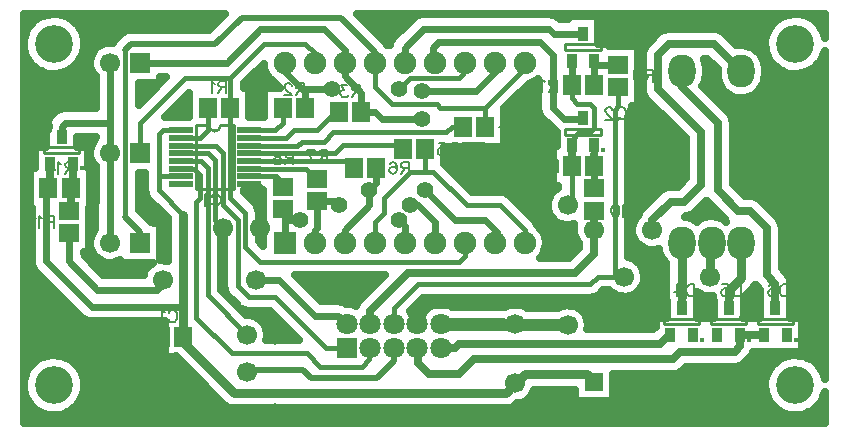
<source format=gbr>
From e75f60093b1709f0fa4dd69b582c63269448657a Mon Sep 17 00:00:00 2001
From: jaseg <git@jaseg.de>
Date: Sat, 15 Jan 2022 21:36:59 +0100
Subject: Add a whole zoo of gerber files from different EDA packages

---
 .../tests/resources/diptrace/panel_Bottom.gbr      | 2814 ++++++++++++++++++++
 1 file changed, 2814 insertions(+)
 create mode 100644 gerbonara/gerber/tests/resources/diptrace/panel_Bottom.gbr

(limited to 'gerbonara/gerber/tests/resources/diptrace/panel_Bottom.gbr')

diff --git a/gerbonara/gerber/tests/resources/diptrace/panel_Bottom.gbr b/gerbonara/gerber/tests/resources/diptrace/panel_Bottom.gbr
new file mode 100644
index 0000000..c9b2c37
--- /dev/null
+++ b/gerbonara/gerber/tests/resources/diptrace/panel_Bottom.gbr
@@ -0,0 +1,2814 @@
+G04 DipTrace 2.4.0.2*
+%INpanel_Bottom.gbr*%
+%MOMM*%
+%ADD10C,0.25*%
+%ADD13C,0.4*%
+%ADD14C,0.406*%
+%ADD15C,1.016*%
+%ADD16C,0.762*%
+%ADD17C,0.61*%
+%ADD18C,0.559*%
+%ADD19C,0.66*%
+%ADD20C,0.65*%
+%ADD21C,0.508*%
+%ADD22C,0.635*%
+%ADD23R,1.3X1.5*%
+%ADD24R,1.35X1.35*%
+%ADD25C,1.35*%
+%ADD26C,1.5*%
+%ADD27R,1.5X1.5*%
+%ADD28O,0.391X0.392*%
+%ADD29R,0.65X1.05*%
+%ADD30C,1.7*%
+%ADD31R,1.7X1.7*%
+%ADD32R,1.8X0.4*%
+%ADD33C,1.6*%
+%ADD34R,1.5X1.3*%
+%ADD35O,2.1X2.6*%
+%ADD36R,3.6X3.6*%
+%ADD38C,1.2*%
+%ADD40C,3.2*%
+%ADD45C,1.4*%
+%ADD47C,1.7*%
+%ADD49R,3.8X3.8*%
+%ADD51O,2.3X2.8*%
+%ADD53R,1.7X1.5*%
+%ADD55C,1.8*%
+%ADD56R,2.0X0.6*%
+%ADD58R,1.9X1.9*%
+%ADD59C,1.9*%
+%ADD61R,0.85X1.25*%
+%ADD64C,1.55*%
+%ADD66R,1.55X1.55*%
+%ADD68R,1.5X1.7*%
+%ADD70C,0.157*%
+%FSLAX53Y53*%
+G04*
+G71*
+G90*
+G75*
+G01*
+%LNBottom*%
+%LPD*%
+X23573Y33140D2*
+D13*
+X24677D1*
+D14*
+X25926D1*
+X26516Y32550D1*
+Y27460D1*
+X27147Y26829D1*
+X30322D2*
+Y30331D1*
+X30113Y30540D1*
+D13*
+X29373D1*
+X43628Y18675D2*
+D15*
+Y19976D1*
+X44137Y20485D1*
+X54138D1*
+D16*
+X62558D1*
+X63822Y21749D1*
+Y23336D1*
+X61599Y25559D1*
+Y29211D1*
+X64045Y31656D1*
+Y33065D1*
+X31275Y11111D2*
+D14*
+X31592D1*
+Y17780D2*
+X31275D1*
+X58583Y33820D2*
+D17*
+Y30163D1*
+Y33820D2*
+D18*
+Y32965D1*
+D19*
+Y32069D1*
+X14282Y30163D2*
+Y28412D1*
+X14128Y28258D1*
+X14451Y32232D2*
+D20*
+Y31377D1*
+D19*
+Y30333D1*
+X14282Y30163D1*
+X25881Y36995D2*
+D14*
+Y35090D1*
+X25231Y34440D1*
+X22772D1*
+D13*
+X23573D1*
+X32231Y36995D2*
+D14*
+Y35725D1*
+X31596Y35090D1*
+X29207D1*
+D13*
+X29373D1*
+X36993Y36677D2*
+D14*
+Y36995D1*
+X35088Y35090D1*
+X33183D1*
+X32533Y34440D1*
+X29207D1*
+D13*
+X29373D1*
+X47471Y35407D2*
+D14*
+X46518D1*
+X46042Y34931D1*
+X36517D1*
+X35723Y34137D1*
+X33818D1*
+X33471Y33790D1*
+X29373D1*
+X42391Y33502D2*
+Y33820D1*
+X37311D1*
+X36631Y33140D1*
+X29207D1*
+D13*
+X29373D1*
+Y32490D2*
+X29207D1*
+D14*
+X37688D1*
+X38263Y31915D1*
+X29373Y31840D2*
+D13*
+X29207D1*
+D14*
+X34211D1*
+X35088Y30962D1*
+X29373Y31190D2*
+D13*
+X29207D1*
+D14*
+X31686D1*
+X32231Y30645D1*
+X31913D1*
+X32231Y30327D1*
+X57633Y43264D2*
+D17*
+X55172D1*
+X54777Y43659D1*
+X44135D1*
+X42546Y42070D1*
+Y40801D1*
+X45086D2*
+X44931Y40956D1*
+Y42073D1*
+X45405Y42547D1*
+X53984D1*
+X55091Y41440D1*
+Y36989D1*
+X56042Y36038D1*
+X57633D1*
+Y36120D1*
+X60647Y40646D2*
+X58583D1*
+Y40964D1*
+Y38896D2*
+D18*
+Y40964D1*
+X17626Y40805D2*
+D17*
+Y35725D1*
+Y33185D1*
+Y25565D1*
+X13501Y34532D2*
+X13498Y34535D1*
+Y35407D1*
+X13816Y35725D1*
+X17626D1*
+X66045Y25565D2*
+D16*
+X66006Y25526D1*
+Y20950D1*
+D20*
+Y20044D1*
+X73944D2*
+D19*
+Y22105D1*
+X73189Y22860D1*
+Y26829D1*
+X71760Y28258D1*
+X70808D1*
+X69061Y30005D1*
+Y35720D1*
+X66045Y38737D1*
+Y40065D1*
+X71045Y25565D2*
+D16*
+Y22621D1*
+X69975Y21551D1*
+Y20950D1*
+D20*
+Y20044D1*
+X45628Y16675D2*
+D19*
+X45635Y16668D1*
+X46834D1*
+X47151Y16986D1*
+X64139D1*
+X64897Y17744D1*
+X65056D1*
+X70925D2*
+X72994D1*
+X70925D2*
+Y16786D1*
+X70490Y16351D1*
+X65886D1*
+X65251Y15716D1*
+X48422D1*
+X47151Y14445D1*
+X44611D1*
+X43659Y15398D1*
+Y16645D1*
+X43628Y16675D1*
+X23573Y31840D2*
+D13*
+X24686D1*
+X24928Y31597D1*
+D14*
+X25242Y31284D1*
+Y29370D1*
+X24924Y29052D1*
+Y19208D1*
+X27941Y16192D1*
+X34291D1*
+X35396Y15087D1*
+X38902D1*
+X39533Y15718D1*
+Y16580D1*
+X39628Y16675D1*
+X37628D2*
+X35872D1*
+X31592Y20955D1*
+X29370D1*
+X28417Y21908D1*
+Y27464D1*
+X27151Y28730D1*
+Y33185D1*
+X26546Y33790D1*
+X24677D1*
+D13*
+X23573D1*
+X41628Y18675D2*
+D14*
+Y20040D1*
+X43655Y22066D1*
+X58260D1*
+X58895Y22701D1*
+X60329D1*
+X61123D1*
+X68426D2*
+D16*
+Y25565D1*
+X68545D1*
+X60170Y38746D2*
+D14*
+X60647D1*
+X60329Y22701D2*
+Y36832D1*
+X60647Y37149D1*
+Y38745D1*
+Y38746D1*
+X39628Y18675D2*
+D19*
+Y19786D1*
+X42867Y23025D1*
+X56996D1*
+X58583Y24611D1*
+Y26671D1*
+Y28263D1*
+X71045Y40065D2*
+X68721Y42388D1*
+X64930D1*
+X63981Y41440D1*
+Y38578D1*
+X67632Y34926D1*
+Y30486D1*
+X66198Y29052D1*
+X65092D1*
+X63504Y27464D1*
+Y26671D1*
+X37628Y18675D2*
+D17*
+X36936Y19367D1*
+X34926D1*
+X31910Y22384D1*
+X30005D1*
+X22066D2*
+Y22066D1*
+X21590Y21590D1*
+X16521D1*
+X14128Y23983D1*
+Y26358D1*
+X23573Y32490D2*
+D14*
+X25306D1*
+X25881Y31915D1*
+Y21109D1*
+X29211Y17780D1*
+Y14604D2*
+X29370Y14763D1*
+D21*
+X33974D1*
+X34602Y14135D1*
+X40168D1*
+X41628Y15595D1*
+Y16675D1*
+X38893Y36677D2*
+D17*
+Y37952D1*
+Y36677D2*
+Y38270D1*
+X37466Y39697D1*
+Y40801D1*
+X50166D2*
+Y40007D1*
+X48582Y38423D1*
+X43978D1*
+Y36042D2*
+X40645D1*
+X40010Y36677D1*
+X38893D1*
+X20166Y40805D2*
+X27468D1*
+X30326Y43662D1*
+X35723D1*
+X37466Y41920D1*
+Y40801D1*
+X49371Y35407D2*
+D14*
+Y36990D1*
+X52551Y40170D1*
+Y40801D1*
+X52706D1*
+X49371Y36990D2*
+X45571D1*
+X45248Y37312D1*
+X41438D1*
+X40006Y38745D1*
+Y40801D1*
+Y40650D2*
+Y40801D1*
+X20166Y25565D2*
+D21*
+Y26517D1*
+X18896Y27787D1*
+D14*
+Y41917D1*
+D21*
+X19367Y42388D1*
+X26512D1*
+X28738Y44615D1*
+X37146D1*
+X40006Y41754D1*
+Y40801D1*
+X37626Y25721D2*
+D17*
+X37466Y25561D1*
+Y26672D1*
+X39533Y28740D1*
+Y30010D1*
+X40163Y30640D1*
+Y31915D1*
+X50166Y25561D2*
+X50328Y25723D1*
+Y26517D1*
+X49376Y27470D1*
+X46836D1*
+X44296Y30010D1*
+X34926Y25561D2*
+X35088Y25723D1*
+X34926Y25561D2*
+Y26672D1*
+X35088Y26835D1*
+Y29062D1*
+X44931Y25716D2*
+X45086Y25561D1*
+Y27315D1*
+X43661Y28740D1*
+X43026D1*
+X36993D2*
+X36671Y29062D1*
+X35088D1*
+X44291Y33502D2*
+D14*
+Y31545D1*
+X42973D1*
+X40803Y29375D1*
+Y28102D1*
+X40006Y27305D1*
+Y25561D1*
+X44291Y31545D2*
+X44984D1*
+X47788Y28740D1*
+X50646D1*
+X52706Y26680D1*
+Y25561D1*
+X32386D2*
+D17*
+Y27478D1*
+Y28272D1*
+X32231Y28427D1*
+X32386Y27478D2*
+X33656D1*
+X42065D2*
+X42546Y26997D1*
+Y25561D1*
+X32386Y40801D2*
+Y40015D1*
+X33818Y38582D1*
+X34131D1*
+Y36995D1*
+Y38582D2*
+X36358D1*
+X42073D2*
+D14*
+X43026Y39535D1*
+X47153D1*
+X47471Y39852D1*
+Y40646D1*
+X47626Y40801D1*
+X27781Y36995D2*
+Y39530D1*
+X30643Y42392D1*
+X34136D1*
+X34926Y41602D1*
+Y40801D1*
+X27781Y36995D2*
+Y29380D1*
+X29056Y28105D1*
+Y25238D1*
+X30316Y23977D1*
+X47153D1*
+X47626Y24450D1*
+Y25561D1*
+X20166Y33185D2*
+Y35725D1*
+X23971Y39530D1*
+X27781D1*
+X23573Y35090D2*
+D13*
+X22071D1*
+D14*
+X21753Y34772D1*
+Y31190D1*
+D13*
+X23573D1*
+X45628Y18675D2*
+D14*
+X45723Y18770D1*
+X56683Y33820D2*
+Y29062D1*
+X56361Y28740D1*
+Y18580D2*
+D15*
+X46517D1*
+X45628D1*
+D14*
+Y18675D1*
+X23573Y31190D2*
+D3*
+X21753D2*
+Y30010D1*
+X23813Y27950D1*
+D16*
+Y20161D1*
+D17*
+X16045D1*
+X12223Y23983D1*
+Y30005D1*
+X12551Y30333D1*
+Y32232D1*
+X23813Y20161D2*
+D16*
+Y18706D1*
+Y17155D1*
+X28103Y12865D1*
+X51128D1*
+X51914Y13652D1*
+Y18675D2*
+D14*
+X50897D1*
+D15*
+X45628D1*
+X23813Y17621D2*
+D14*
+Y18706D1*
+X56683Y33820D2*
+Y34297D1*
+X57312Y34926D1*
+X58265D1*
+X58583Y35245D1*
+Y36990D1*
+X58265Y37308D1*
+X57154D1*
+X56677Y37784D1*
+Y38890D1*
+X56683Y38896D1*
+D18*
+Y40964D1*
+X45628Y18675D2*
+D19*
+X46517Y18580D1*
+X56683Y33820D2*
+D20*
+Y32806D1*
+D19*
+Y32069D1*
+X12551Y32232D2*
+D20*
+Y31377D1*
+D19*
+Y30333D1*
+X12382Y30163D1*
+X51914Y13652D2*
+D16*
+X52708Y14445D1*
+X57948D1*
+X58583Y13810D1*
+D26*
+X27147Y26829D3*
+X30322D3*
+X61123Y22701D3*
+X68426D3*
+X63504Y26671D3*
+X58583D3*
+X30005Y22384D3*
+X22066D3*
+X29211Y17780D3*
+Y14604D3*
+D38*
+X43978Y38423D3*
+Y36042D3*
+X44296Y30010D3*
+X39533D3*
+X43026Y28740D3*
+X36993D3*
+X33656Y27478D3*
+X42065D3*
+X36358Y38582D3*
+X42073D3*
+D26*
+X56361Y28740D3*
+Y18580D3*
+X51914Y13652D3*
+Y18675D3*
+X31592Y11111D3*
+Y17780D3*
+X10381Y44297D2*
+D22*
+X11112D1*
+X14613D2*
+X26660D1*
+X39219D2*
+X42942D1*
+X58963D2*
+X73878D1*
+X77378D2*
+X78045D1*
+X10381Y43665D2*
+X10596D1*
+X15129D2*
+X26035D1*
+X39854D2*
+X42317D1*
+X58963D2*
+X73362D1*
+X15387Y43034D2*
+X18256D1*
+X40479D2*
+X41682D1*
+X58963D2*
+X63708D1*
+X69937D2*
+X73104D1*
+X15466Y42402D2*
+X17006D1*
+X41074D2*
+X41283D1*
+X59916D2*
+X63083D1*
+X70572D2*
+X73025D1*
+X15397Y41770D2*
+X16172D1*
+X62406D2*
+X62686D1*
+X72467D2*
+X73104D1*
+X10381Y41139D2*
+X10586D1*
+X15139D2*
+X15905D1*
+X62406D2*
+X62646D1*
+X72924D2*
+X73352D1*
+X10381Y40507D2*
+X11092D1*
+X14633D2*
+X15895D1*
+X62406D2*
+X62646D1*
+X68092D2*
+X68739D1*
+X73092D2*
+X73858D1*
+X77398D2*
+X78045D1*
+X10381Y39875D2*
+X12442D1*
+X13283D2*
+X16153D1*
+X29813D2*
+X30787D1*
+X62406D2*
+X62646D1*
+X68102D2*
+X68987D1*
+X73102D2*
+X75208D1*
+X76049D2*
+X78045D1*
+X10381Y39244D2*
+X16311D1*
+X29178D2*
+X31343D1*
+X62406D2*
+X62646D1*
+X68022D2*
+X69076D1*
+X73013D2*
+X78045D1*
+X10381Y38612D2*
+X16311D1*
+X20109D2*
+X21371D1*
+X29436D2*
+X30579D1*
+X52673D2*
+X53776D1*
+X62406D2*
+X62646D1*
+X68032D2*
+X69393D1*
+X72695D2*
+X78045D1*
+X10381Y37980D2*
+X16311D1*
+X20109D2*
+X20736D1*
+X29436D2*
+X30579D1*
+X52048D2*
+X53776D1*
+X62406D2*
+X62795D1*
+X68667D2*
+X70207D1*
+X71882D2*
+X78045D1*
+X10381Y37349D2*
+X16311D1*
+X23473D2*
+X24229D1*
+X29436D2*
+X30579D1*
+X51413D2*
+X53776D1*
+X62406D2*
+X63351D1*
+X69292D2*
+X78045D1*
+X10381Y36717D2*
+X12997D1*
+X22838D2*
+X24229D1*
+X29436D2*
+X30579D1*
+X51026D2*
+X53806D1*
+X61771D2*
+X63976D1*
+X69927D2*
+X78045D1*
+X10381Y36085D2*
+X12392D1*
+X51026D2*
+X54163D1*
+X61543D2*
+X64611D1*
+X70344D2*
+X78045D1*
+X10381Y35454D2*
+X12174D1*
+X51026D2*
+X54798D1*
+X61543D2*
+X65246D1*
+X70393D2*
+X78045D1*
+X10381Y34822D2*
+X12174D1*
+X51026D2*
+X55354D1*
+X61543D2*
+X65871D1*
+X70393D2*
+X78045D1*
+X10381Y34190D2*
+X12174D1*
+X14831D2*
+X16202D1*
+X51026D2*
+X55354D1*
+X61543D2*
+X66298D1*
+X70393D2*
+X78045D1*
+X10381Y33559D2*
+X11221D1*
+X45946D2*
+X55026D1*
+X61543D2*
+X66298D1*
+X70393D2*
+X78045D1*
+X10381Y32927D2*
+X11221D1*
+X45946D2*
+X55026D1*
+X61543D2*
+X66298D1*
+X70393D2*
+X78045D1*
+X10381Y32295D2*
+X11221D1*
+X15783D2*
+X16119D1*
+X45946D2*
+X55026D1*
+X61543D2*
+X66298D1*
+X70393D2*
+X78045D1*
+X10381Y31664D2*
+X10725D1*
+X15942D2*
+X16311D1*
+X46551D2*
+X55026D1*
+X61543D2*
+X66298D1*
+X70393D2*
+X78045D1*
+X10381Y31032D2*
+X10725D1*
+X15942D2*
+X16311D1*
+X20109D2*
+X20548D1*
+X47176D2*
+X55026D1*
+X61543D2*
+X66298D1*
+X70393D2*
+X78045D1*
+X10381Y30400D2*
+X10725D1*
+X15942D2*
+X16311D1*
+X20109D2*
+X20548D1*
+X47811D2*
+X55026D1*
+X61543D2*
+X65683D1*
+X70532D2*
+X78045D1*
+X10381Y29769D2*
+X10725D1*
+X15942D2*
+X16311D1*
+X20109D2*
+X20568D1*
+X29079D2*
+X30480D1*
+X51214D2*
+X54957D1*
+X61543D2*
+X63946D1*
+X71157D2*
+X78045D1*
+X10381Y29137D2*
+X10725D1*
+X15942D2*
+X16311D1*
+X20109D2*
+X20945D1*
+X29704D2*
+X30480D1*
+X51929D2*
+X54649D1*
+X61543D2*
+X63311D1*
+X72745D2*
+X78045D1*
+X10381Y28505D2*
+X10725D1*
+X15942D2*
+X16311D1*
+X20109D2*
+X21570D1*
+X30190D2*
+X30470D1*
+X52564D2*
+X54620D1*
+X61543D2*
+X62686D1*
+X67516D2*
+X68699D1*
+X73380D2*
+X78045D1*
+X10381Y27874D2*
+X10914D1*
+X15883D2*
+X16311D1*
+X20566D2*
+X22205D1*
+X30269D2*
+X30473D1*
+X53199D2*
+X54848D1*
+X61543D2*
+X62240D1*
+X66742D2*
+X69324D1*
+X74005D2*
+X78045D1*
+X10381Y27242D2*
+X10914D1*
+X15883D2*
+X16311D1*
+X21925D2*
+X22423D1*
+X30269D2*
+X30473D1*
+X53764D2*
+X55513D1*
+X61543D2*
+X61850D1*
+X74461D2*
+X78045D1*
+X10381Y26610D2*
+X10914D1*
+X15883D2*
+X16228D1*
+X21925D2*
+X22423D1*
+X30269D2*
+X30527D1*
+X54221D2*
+X56832D1*
+X61543D2*
+X61757D1*
+X74521D2*
+X78045D1*
+X10381Y25979D2*
+X10914D1*
+X21925D2*
+X22423D1*
+X30269D2*
+X30527D1*
+X54509D2*
+X56971D1*
+X61543D2*
+X61905D1*
+X74521D2*
+X78045D1*
+X10381Y25347D2*
+X10914D1*
+X21925D2*
+X22423D1*
+X54548D2*
+X57249D1*
+X61543D2*
+X62389D1*
+X74521D2*
+X78045D1*
+X10381Y24715D2*
+X10914D1*
+X15436D2*
+X16103D1*
+X21925D2*
+X22423D1*
+X54350D2*
+X56822D1*
+X61543D2*
+X64085D1*
+X74521D2*
+X78045D1*
+X10381Y24084D2*
+X10914D1*
+X15853D2*
+X16748D1*
+X21925D2*
+X22423D1*
+X62158D2*
+X64413D1*
+X74521D2*
+X78045D1*
+X10381Y23452D2*
+X11033D1*
+X16488D2*
+X20687D1*
+X62704D2*
+X64621D1*
+X74521D2*
+X78045D1*
+X10381Y22820D2*
+X11559D1*
+X33306D2*
+X40799D1*
+X62873D2*
+X64621D1*
+X75057D2*
+X78045D1*
+X10381Y22189D2*
+X12194D1*
+X33931D2*
+X40164D1*
+X62803D2*
+X64621D1*
+X75275D2*
+X78045D1*
+X10381Y21557D2*
+X12819D1*
+X34566D2*
+X39538D1*
+X62436D2*
+X64621D1*
+X71912D2*
+X72608D1*
+X75285D2*
+X78045D1*
+X10381Y20925D2*
+X13454D1*
+X35201D2*
+X38903D1*
+X58428D2*
+X64621D1*
+X67397D2*
+X68590D1*
+X71366D2*
+X72608D1*
+X75285D2*
+X78045D1*
+X10381Y20294D2*
+X14089D1*
+X43565D2*
+X44916D1*
+X46333D2*
+X51355D1*
+X52475D2*
+X64671D1*
+X67338D2*
+X68639D1*
+X71306D2*
+X72608D1*
+X75285D2*
+X78045D1*
+X10381Y19662D2*
+X14714D1*
+X29009D2*
+X31204D1*
+X43128D2*
+X44132D1*
+X57723D2*
+X64671D1*
+X67338D2*
+X68639D1*
+X71306D2*
+X72618D1*
+X75275D2*
+X78045D1*
+X10381Y19030D2*
+X15458D1*
+X30418D2*
+X31829D1*
+X43396D2*
+X43854D1*
+X58061D2*
+X63728D1*
+X76228D2*
+X78045D1*
+X10381Y18399D2*
+X22155D1*
+X30845D2*
+X32464D1*
+X58110D2*
+X63688D1*
+X76228D2*
+X78045D1*
+X10381Y17767D2*
+X22155D1*
+X30964D2*
+X33099D1*
+X76228D2*
+X78045D1*
+X10381Y17135D2*
+X22155D1*
+X76228D2*
+X78045D1*
+X10381Y16504D2*
+X22155D1*
+X76228D2*
+X78045D1*
+X10381Y15872D2*
+X11886D1*
+X13839D2*
+X23157D1*
+X71872D2*
+X74652D1*
+X76605D2*
+X78045D1*
+X10381Y15240D2*
+X10944D1*
+X14781D2*
+X23792D1*
+X71177D2*
+X73709D1*
+X77547D2*
+X78045D1*
+X15218Y14609D2*
+X24427D1*
+X65939D2*
+X73273D1*
+X15426Y13977D2*
+X25052D1*
+X60263D2*
+X73064D1*
+X15466Y13345D2*
+X25687D1*
+X60263D2*
+X73025D1*
+X15347Y12714D2*
+X26322D1*
+X53387D2*
+X56902D1*
+X60263D2*
+X73144D1*
+X10381Y12082D2*
+X10686D1*
+X15039D2*
+X26948D1*
+X52613D2*
+X73451D1*
+X77805D2*
+X78044D1*
+X10381Y11450D2*
+X11291D1*
+X14434D2*
+X74057D1*
+X77200D2*
+X78045D1*
+X10381Y10819D2*
+X78045D1*
+X23173Y15928D2*
+X22220D1*
+Y18914D1*
+X16045Y18913D1*
+X15731Y18954D1*
+X15437Y19072D1*
+X15162Y19279D1*
+X11340Y23101D1*
+X11147Y23351D1*
+X11022Y23642D1*
+X10975Y23983D1*
+Y28478D1*
+X10789Y28470D1*
+Y31856D1*
+X11275D1*
+X11283Y32987D1*
+Y33700D1*
+X12226D1*
+X12233Y36000D1*
+X12409Y36015D1*
+X12616Y36290D1*
+X12934Y36607D1*
+X13169Y36791D1*
+X13441Y36915D1*
+X13706Y36968D1*
+X16386Y36972D1*
+X16378Y38265D1*
+Y39664D1*
+X16153Y39970D1*
+X16024Y40259D1*
+X15950Y40567D1*
+X15935Y40884D1*
+X15979Y41198D1*
+X16081Y41498D1*
+X16238Y41774D1*
+X16443Y42016D1*
+X16689Y42215D1*
+X16969Y42365D1*
+X17271Y42460D1*
+X17586Y42497D1*
+X17833Y42480D1*
+X18050Y42763D1*
+X18521Y43235D1*
+X18772Y43427D1*
+X19065Y43547D1*
+X19367Y43585D1*
+X26025D1*
+X27356Y44926D1*
+X13033Y44929D1*
+X13571Y44835D1*
+X13870Y44728D1*
+X14153Y44584D1*
+X14415Y44407D1*
+X14654Y44198D1*
+X14865Y43961D1*
+X15045Y43699D1*
+X15191Y43417D1*
+X15300Y43119D1*
+X15372Y42810D1*
+X15406Y42392D1*
+X15387Y42076D1*
+X15327Y41764D1*
+X15230Y41462D1*
+X15096Y41174D1*
+X14927Y40906D1*
+X14726Y40661D1*
+X14495Y40442D1*
+X14240Y40254D1*
+X13963Y40099D1*
+X13669Y39980D1*
+X13362Y39899D1*
+X13048Y39856D1*
+X12730Y39853D1*
+X12415Y39889D1*
+X12107Y39964D1*
+X11811Y40078D1*
+X11530Y40227D1*
+X11271Y40410D1*
+X11037Y40623D1*
+X10831Y40865D1*
+X10656Y41130D1*
+X10516Y41414D1*
+X10413Y41714D1*
+X10347Y42025D1*
+X10321Y42341D1*
+X10334Y42658D1*
+X10387Y42971D1*
+X10479Y43275D1*
+X10607Y43565D1*
+X10771Y43837D1*
+X10967Y44086D1*
+X11193Y44309D1*
+X11444Y44502D1*
+X11718Y44663D1*
+X12010Y44788D1*
+X12315Y44875D1*
+X12797Y44929D1*
+X10318D1*
+Y10318D1*
+X78111D1*
+Y12947D1*
+X77996Y12569D1*
+X77861Y12282D1*
+X77692Y12013D1*
+X77491Y11768D1*
+X77261Y11550D1*
+X77005Y11362D1*
+X76728Y11207D1*
+X76434Y11088D1*
+X76128Y11006D1*
+X75813Y10964D1*
+X75496Y10960D1*
+X75181Y10997D1*
+X74872Y11072D1*
+X74576Y11185D1*
+X74296Y11334D1*
+X74037Y11517D1*
+X73802Y11731D1*
+X73596Y11972D1*
+X73422Y12237D1*
+X73282Y12522D1*
+X73178Y12822D1*
+X73113Y13132D1*
+X73087Y13449D1*
+X73100Y13766D1*
+X73153Y14078D1*
+X73244Y14382D1*
+X73373Y14672D1*
+X73536Y14944D1*
+X73732Y15194D1*
+X73958Y15417D1*
+X74210Y15610D1*
+X74484Y15770D1*
+X74775Y15895D1*
+X75080Y15983D1*
+X75394Y16032D1*
+X75711Y16041D1*
+X76027Y16011D1*
+X76336Y15942D1*
+X76635Y15835D1*
+X76918Y15692D1*
+X77181Y15514D1*
+X77420Y15305D1*
+X77631Y15068D1*
+X77810Y14807D1*
+X77956Y14525D1*
+X78113Y14024D1*
+X78111Y41839D1*
+X77996Y41462D1*
+X77861Y41175D1*
+X77692Y40906D1*
+X77491Y40661D1*
+X77261Y40443D1*
+X77005Y40255D1*
+X76728Y40100D1*
+X76434Y39981D1*
+X76128Y39899D1*
+X75813Y39857D1*
+X75496Y39853D1*
+X75181Y39890D1*
+X74872Y39965D1*
+X74576Y40078D1*
+X74296Y40227D1*
+X74037Y40410D1*
+X73802Y40624D1*
+X73596Y40865D1*
+X73422Y41130D1*
+X73282Y41415D1*
+X73178Y41715D1*
+X73113Y42025D1*
+X73087Y42342D1*
+X73100Y42659D1*
+X73153Y42971D1*
+X73244Y43275D1*
+X73373Y43565D1*
+X73536Y43837D1*
+X73732Y44087D1*
+X73958Y44310D1*
+X74210Y44503D1*
+X74484Y44663D1*
+X74775Y44788D1*
+X75080Y44876D1*
+X75542Y44929D1*
+X38533D1*
+X40852Y42600D1*
+X41066Y42307D1*
+X41321Y42304D1*
+X41419Y42605D1*
+X41664Y42952D1*
+X43253Y44541D1*
+X43503Y44734D1*
+X43794Y44859D1*
+X44135Y44906D1*
+X54777D1*
+X55091Y44866D1*
+X55385Y44748D1*
+X55694Y44506D1*
+X56373Y44511D1*
+X56366Y44731D1*
+X58901D1*
+X58903Y42431D1*
+X59851D1*
+Y42243D1*
+X62340Y42239D1*
+X62330Y39053D1*
+X62340Y38434D1*
+Y37153D1*
+X61793Y37149D1*
+X61749Y36836D1*
+X61475Y36197D1*
+Y24360D1*
+X61706Y24291D1*
+X61992Y24154D1*
+X62247Y23967D1*
+X62464Y23735D1*
+X62633Y23467D1*
+X62749Y23172D1*
+X62816Y22701D1*
+X62786Y22386D1*
+X62698Y22081D1*
+X62555Y21798D1*
+X62361Y21547D1*
+X62124Y21336D1*
+X61852Y21174D1*
+X61555Y21064D1*
+X61242Y21013D1*
+X60925Y21020D1*
+X60615Y21086D1*
+X60323Y21209D1*
+X60059Y21385D1*
+X59881Y21558D1*
+X59367Y21555D1*
+X59070Y21256D1*
+X58818Y21065D1*
+X58513Y20950D1*
+X58260Y20920D1*
+X44121D1*
+X42985Y19776D1*
+X43195Y19439D1*
+X43307Y19142D1*
+X43371Y18675D1*
+X43354Y18396D1*
+X43670Y18417D1*
+X43916Y18389D1*
+X43887Y18597D1*
+X43902Y18914D1*
+X43974Y19222D1*
+X44100Y19513D1*
+X44278Y19776D1*
+X44499Y20003D1*
+X44759Y20185D1*
+X45047Y20318D1*
+X45354Y20396D1*
+X45670Y20417D1*
+X45985Y20381D1*
+X46288Y20288D1*
+X46593Y20123D1*
+X50897Y20126D1*
+X51025Y20112D1*
+X51257Y20235D1*
+X51559Y20330D1*
+X51874Y20367D1*
+X52191Y20345D1*
+X52497Y20264D1*
+X52783Y20128D1*
+X52919Y20028D1*
+X55496Y20031D1*
+X55704Y20140D1*
+X56006Y20235D1*
+X56321Y20272D1*
+X56637Y20250D1*
+X56944Y20169D1*
+X57230Y20033D1*
+X57485Y19845D1*
+X57702Y19613D1*
+X57871Y19345D1*
+X57987Y19050D1*
+X58054Y18580D1*
+X58021Y18255D1*
+X63612Y18259D1*
+X63793Y18440D1*
+X63788Y19211D1*
+X64731D1*
+X64738Y20570D1*
+X64682Y20950D1*
+Y23857D1*
+X64392Y24202D1*
+X64236Y24478D1*
+X64126Y24776D1*
+X64067Y25077D1*
+X63623Y24982D1*
+X63307Y24989D1*
+X62997Y25056D1*
+X62704Y25179D1*
+X62440Y25354D1*
+X62213Y25575D1*
+X62032Y25835D1*
+X61902Y26125D1*
+X61828Y26433D1*
+X61813Y26750D1*
+X61858Y27063D1*
+X61960Y27364D1*
+X62116Y27639D1*
+X62289Y27843D1*
+X62481Y28221D1*
+X63053Y28814D1*
+X64192Y29952D1*
+X64442Y30147D1*
+X64732Y30273D1*
+X65092Y30325D1*
+X65677D1*
+X66357Y31012D1*
+X66359Y34405D1*
+X63081Y37678D1*
+X62886Y37928D1*
+X62760Y38218D1*
+X62708Y38578D1*
+Y41440D1*
+X62747Y41754D1*
+X62863Y42049D1*
+X63081Y42340D1*
+X64029Y43289D1*
+X64279Y43483D1*
+X64570Y43610D1*
+X64930Y43662D1*
+X68721D1*
+X69035Y43622D1*
+X69330Y43506D1*
+X69621Y43289D1*
+X70639Y42271D1*
+X71178Y42303D1*
+X71492Y42257D1*
+X71794Y42161D1*
+X72078Y42019D1*
+X72335Y41833D1*
+X72560Y41609D1*
+X72746Y41353D1*
+X72889Y41070D1*
+X72986Y40768D1*
+X73038Y40315D1*
+X73028Y39815D1*
+X73012Y39499D1*
+X72937Y39190D1*
+X72814Y38898D1*
+X72646Y38629D1*
+X72438Y38390D1*
+X72194Y38187D1*
+X71922Y38025D1*
+X71627Y37909D1*
+X71317Y37841D1*
+X71000Y37822D1*
+X70685Y37855D1*
+X70378Y37937D1*
+X70089Y38066D1*
+X69823Y38240D1*
+X69589Y38454D1*
+X69392Y38702D1*
+X69236Y38978D1*
+X69126Y39276D1*
+X69065Y39587D1*
+X69052Y40252D1*
+X68187Y41122D1*
+X67878Y41115D1*
+X67986Y40768D1*
+X68038Y40315D1*
+X68028Y39815D1*
+X68012Y39499D1*
+X67937Y39190D1*
+X67767Y38822D1*
+X69961Y36620D1*
+X70156Y36370D1*
+X70282Y36080D1*
+X70334Y35720D1*
+Y30531D1*
+X71330Y29537D1*
+X71760Y29531D1*
+X72074Y29492D1*
+X72369Y29376D1*
+X72660Y29158D1*
+X74089Y27730D1*
+X74284Y27479D1*
+X74410Y27189D1*
+X74462Y26829D1*
+Y23386D1*
+X74845Y23005D1*
+X75039Y22755D1*
+X75166Y22465D1*
+X75217Y22105D1*
+X75214Y19211D1*
+X76162D1*
+Y16276D1*
+X73626Y16286D1*
+X72992Y16276D1*
+X72084D1*
+X72043Y16177D1*
+X71825Y15886D1*
+X71390Y15450D1*
+X71140Y15256D1*
+X70850Y15130D1*
+X70490Y15078D1*
+X66412D1*
+X66151Y14815D1*
+X65901Y14621D1*
+X65611Y14494D1*
+X65251Y14443D1*
+X60201D1*
+Y12193D1*
+X56965D1*
+Y13115D1*
+X53512Y13122D1*
+X53346Y12749D1*
+X53153Y12497D1*
+X52916Y12287D1*
+X52644Y12124D1*
+X52346Y12015D1*
+X52102Y11974D1*
+X51815Y11733D1*
+X51526Y11602D1*
+X51128Y11541D1*
+X28103D1*
+X27789Y11579D1*
+X27493Y11690D1*
+X27167Y11929D1*
+X23161Y15935D1*
+X21859Y39551D2*
+Y39112D1*
+X20043D1*
+X20042Y37224D1*
+X22379Y39559D1*
+X21863Y39557D1*
+X16385Y32041D2*
+X16153Y32350D1*
+X16024Y32639D1*
+X15950Y32947D1*
+X15935Y33264D1*
+X15979Y33578D1*
+X16081Y33878D1*
+X16238Y34154D1*
+X16372Y34312D1*
+X16378Y34485D1*
+X15086Y34477D1*
+X14778D1*
+X14771Y33700D1*
+X15719D1*
+Y31865D1*
+X15874Y31856D1*
+Y28470D1*
+X15825D1*
+X15821Y26665D1*
+Y24765D1*
+X15374D1*
+X15459Y24416D1*
+X17038Y22837D1*
+X20440Y22838D1*
+X20522Y23077D1*
+X20678Y23353D1*
+X20883Y23595D1*
+X21130Y23794D1*
+X21278Y23874D1*
+X18473Y23872D1*
+Y24100D1*
+X18058Y23928D1*
+X17745Y23876D1*
+X17428Y23883D1*
+X17118Y23950D1*
+X16826Y24073D1*
+X16562Y24248D1*
+X16335Y24470D1*
+X16153Y24730D1*
+X16024Y25019D1*
+X15950Y25327D1*
+X15935Y25644D1*
+X15979Y25958D1*
+X16081Y26258D1*
+X16238Y26534D1*
+X16372Y26692D1*
+X16378Y30962D1*
+Y32044D1*
+X20599Y31492D2*
+X20043D1*
+X20042Y28334D1*
+X21044Y27329D1*
+X21331Y27258D1*
+X21859D1*
+Y24063D1*
+X22026Y24076D1*
+X22342Y24054D1*
+X22486Y24016D1*
+X22489Y27652D1*
+X20943Y29199D1*
+X20752Y29452D1*
+X20637Y29757D1*
+X20607Y30010D1*
+Y31497D1*
+X67266Y19211D2*
+X68224Y19202D1*
+X68075Y19211D1*
+X68700D1*
+X68707Y20570D1*
+X68651Y20950D1*
+Y21019D1*
+X68228Y21020D1*
+X67918Y21086D1*
+X67626Y21209D1*
+X67326Y21419D1*
+X67330Y20950D1*
+X67274Y20559D1*
+Y19219D1*
+X71235Y19211D2*
+X72193Y19202D1*
+X72044Y19211D1*
+X72669D1*
+X72671Y21581D1*
+X72283Y21968D1*
+X72219Y22010D1*
+X71981Y21685D1*
+X71300Y21004D1*
+X71244Y20589D1*
+X71243Y19219D1*
+X31324Y39365D2*
+X31189Y39466D1*
+X30972Y39698D1*
+X30800Y39964D1*
+X30678Y40257D1*
+X30609Y40566D1*
+X30601Y40735D1*
+X28921Y39049D1*
+X28927Y38686D1*
+X29374Y38688D1*
+Y36237D1*
+X30645Y36236D1*
+X30638Y37524D1*
+Y38688D1*
+X31958D1*
+X31498Y39140D1*
+X31350Y39322D1*
+X53848Y39420D2*
+X53579Y39234D1*
+X53289Y39105D1*
+X53049Y39046D1*
+X50969Y36967D1*
+X50964Y33714D1*
+X47778Y33724D1*
+X47159Y33714D1*
+X45884D1*
+Y32268D1*
+X48257Y29893D1*
+X50646Y29886D1*
+X50959Y29842D1*
+X51257Y29708D1*
+X51456Y29550D1*
+X53517Y27490D1*
+X53711Y27228D1*
+X53776Y27086D1*
+X54169Y26597D1*
+X54329Y26323D1*
+X54438Y26025D1*
+X54499Y25561D1*
+X54471Y25245D1*
+X54388Y24939D1*
+X54252Y24652D1*
+X54068Y24394D1*
+X53980Y24298D1*
+X56470D1*
+X57309Y25139D1*
+X57310Y25554D1*
+X57110Y25835D1*
+X56980Y26125D1*
+X56906Y26433D1*
+X56890Y26988D1*
+Y27137D1*
+X56480Y27051D1*
+X56163Y27058D1*
+X55853Y27125D1*
+X55561Y27248D1*
+X55297Y27423D1*
+X55070Y27645D1*
+X54888Y27905D1*
+X54759Y28194D1*
+X54685Y28502D1*
+X54670Y28819D1*
+X54714Y29133D1*
+X54816Y29433D1*
+X54973Y29709D1*
+X55178Y29951D1*
+X55424Y30150D1*
+X55538Y30211D1*
+X55537Y30382D1*
+X55090Y30376D1*
+Y33761D1*
+X55417D1*
+X55416Y34961D1*
+X55160Y35155D1*
+X54209Y36107D1*
+X54015Y36357D1*
+X53891Y36649D1*
+X53843Y36989D1*
+Y39420D1*
+X30593Y25326D2*
+Y26834D1*
+X30538D1*
+X30548Y30020D1*
+X30538Y30004D1*
+Y30034D1*
+X29207Y30044D1*
+X28924Y30047D1*
+X28927Y29861D1*
+X29866Y28915D1*
+X30057Y28663D1*
+X30172Y28358D1*
+X30202Y28105D1*
+Y25714D1*
+X30589Y25325D1*
+X37621Y20414D2*
+X37985Y20381D1*
+X38288Y20288D1*
+X38438Y20210D1*
+X38605Y20543D1*
+X39177Y21135D1*
+X40868Y22826D1*
+X36041Y22831D1*
+X33241Y22817D1*
+X35437Y20621D1*
+X36936Y20615D1*
+X37250Y20575D1*
+X37471Y20495D1*
+X37479Y20489D1*
+X66306Y27784D2*
+X66492Y27757D1*
+X66794Y27661D1*
+X67078Y27519D1*
+X67295Y27362D1*
+X67469Y27492D1*
+X67749Y27642D1*
+X68049Y27745D1*
+X68361Y27799D1*
+X68678Y27803D1*
+X68992Y27757D1*
+X69294Y27661D1*
+X69578Y27519D1*
+X69795Y27362D1*
+X69683Y27582D1*
+X68155Y29112D1*
+X68084Y29137D1*
+X67098Y28152D1*
+X66848Y27957D1*
+X66548Y27829D1*
+X66692Y27879D1*
+X66381Y27793D1*
+X15387Y13183D2*
+X15327Y12871D1*
+X15230Y12569D1*
+X15096Y12282D1*
+X14927Y12013D1*
+X14726Y11768D1*
+X14495Y11550D1*
+X14240Y11362D1*
+X13963Y11207D1*
+X13669Y11088D1*
+X13362Y11006D1*
+X13048Y10964D1*
+X12730Y10960D1*
+X12415Y10997D1*
+X12107Y11072D1*
+X11811Y11185D1*
+X11530Y11334D1*
+X11271Y11517D1*
+X11037Y11731D1*
+X10831Y11972D1*
+X10656Y12237D1*
+X10516Y12522D1*
+X10413Y12822D1*
+X10347Y13132D1*
+X10321Y13449D1*
+X10334Y13766D1*
+X10387Y14078D1*
+X10479Y14382D1*
+X10607Y14672D1*
+X10771Y14944D1*
+X10967Y15194D1*
+X11193Y15417D1*
+X11444Y15610D1*
+X11718Y15770D1*
+X12010Y15895D1*
+X12315Y15983D1*
+X12628Y16032D1*
+X12945Y16041D1*
+X13261Y16011D1*
+X13571Y15942D1*
+X13870Y15835D1*
+X14153Y15692D1*
+X14415Y15514D1*
+X14654Y15305D1*
+X14865Y15068D1*
+X15045Y14807D1*
+X15191Y14525D1*
+X15300Y14227D1*
+X15372Y13918D1*
+X15406Y13500D1*
+X15387Y13183D1*
+X75760Y44930D2*
+X76027Y44904D1*
+X76336Y44835D1*
+X76635Y44728D1*
+X76918Y44585D1*
+X77181Y44407D1*
+X77420Y44198D1*
+X77631Y43961D1*
+X77810Y43700D1*
+X77956Y43418D1*
+X78113Y42917D1*
+X78111Y44929D1*
+X75819D1*
+X30848Y17338D2*
+X33586D1*
+X31112Y19814D1*
+X29370Y19809D1*
+X29056Y19853D1*
+X28759Y19987D1*
+X28712Y19899D1*
+X29140Y19471D1*
+X29487Y19450D1*
+X29794Y19369D1*
+X30080Y19233D1*
+X30335Y19045D1*
+X30552Y18813D1*
+X30721Y18545D1*
+X30837Y18250D1*
+X30904Y17780D1*
+X30874Y17464D1*
+X30838Y17340D1*
+X28335Y20369D2*
+X27607Y21097D1*
+X27416Y21350D1*
+X27300Y21655D1*
+X27271Y21908D1*
+Y26997D1*
+X27024Y27236D1*
+X27027Y21586D1*
+X28712Y19899D1*
+X22299Y36233D2*
+X24280D1*
+X24288Y37524D1*
+Y38229D1*
+X22291Y36229D1*
+X23636Y36233D1*
+D23*
+X21913Y17621D3*
+X23813D3*
+D24*
+X58583Y13810D3*
+D25*
+X61083D3*
+D26*
+X17626Y40805D3*
+D27*
+X20166D3*
+D26*
+X17626Y33185D3*
+D27*
+X20166D3*
+D26*
+X17626Y25565D3*
+D27*
+X20166D3*
+D29*
+X66956Y17744D3*
+X65056D3*
+X66006Y20044D3*
+X70925Y17744D3*
+X69025D3*
+X69975Y20044D3*
+X74894Y17744D3*
+X72994D3*
+X73944Y20044D3*
+D30*
+X32386Y40801D3*
+X34926Y25561D3*
+X37466D3*
+X42546D3*
+X45086D3*
+X47626D3*
+X50166D3*
+X52706Y40801D3*
+Y25561D3*
+X40006D3*
+X34926Y40801D3*
+X40006D3*
+X42546D3*
+X45086D3*
+X47626D3*
+X50166D3*
+X37466D3*
+D31*
+X32386Y25561D3*
+D32*
+X29373Y35090D3*
+Y34440D3*
+Y33790D3*
+Y33140D3*
+Y32490D3*
+Y31840D3*
+Y31190D3*
+Y30540D3*
+X23573D3*
+Y31190D3*
+Y31840D3*
+Y32490D3*
+Y33140D3*
+Y33790D3*
+Y34440D3*
+Y35090D3*
+D27*
+X37628Y16675D3*
+D33*
+Y18675D3*
+X39628Y16675D3*
+Y18675D3*
+X41628D3*
+Y16675D3*
+X43628D3*
+Y18675D3*
+X45628Y16675D3*
+Y18675D3*
+D29*
+X58583Y40964D3*
+X56683D3*
+X57633Y43264D3*
+X58583Y33820D3*
+X56683D3*
+X57633Y36120D3*
+X14451Y32232D3*
+X12551D3*
+X13501Y34532D3*
+D23*
+X25881Y36995D3*
+X27781D3*
+X32231D3*
+X34131D3*
+X36993Y36677D3*
+X38893D3*
+X47471Y35407D3*
+X49371D3*
+X42391Y33502D3*
+X44291D3*
+X38263Y31915D3*
+X40163D3*
+D34*
+X35088Y30962D3*
+Y29062D3*
+X32231Y30327D3*
+Y28427D3*
+X60647Y40646D3*
+Y38746D3*
+X58583Y30163D3*
+Y28263D3*
+X14128Y28258D3*
+Y26358D3*
+D23*
+X58583Y38896D3*
+X56683D3*
+X58583Y32069D3*
+X56683D3*
+X14282Y30163D3*
+X12382D3*
+D35*
+X66045Y25565D3*
+X68545D3*
+X71045D3*
+X66045Y40065D3*
+X71045D3*
+D36*
+X64045Y33065D3*
+X73045D3*
+%LNBotMask*%
+D47*
+X27147Y26829D3*
+X30322D3*
+X61123Y22701D3*
+X68426D3*
+X63504Y26671D3*
+X58583D3*
+X30005Y22384D3*
+X22066D3*
+X29211Y17780D3*
+Y14604D3*
+D45*
+X43978Y38423D3*
+Y36042D3*
+X44296Y30010D3*
+X39533D3*
+X43026Y28740D3*
+X36993D3*
+X33656Y27478D3*
+X42065D3*
+X36358Y38582D3*
+X42073D3*
+D47*
+X56361Y28740D3*
+Y18580D3*
+X51914Y13652D3*
+Y18675D3*
+X31592Y11111D3*
+Y17780D3*
+D68*
+X21913Y17621D3*
+X23813D3*
+D66*
+X58583Y13810D3*
+D64*
+X61083D3*
+D47*
+X17626Y40805D3*
+D31*
+X20166D3*
+D47*
+X17626Y33185D3*
+D31*
+X20166D3*
+D47*
+X17626Y25565D3*
+D31*
+X20166D3*
+D61*
+X66956Y17744D3*
+X65056D3*
+X66006Y20044D3*
+X70925Y17744D3*
+X69025D3*
+X69975Y20044D3*
+X74894Y17744D3*
+X72994D3*
+X73944Y20044D3*
+D59*
+X32386Y40801D3*
+X34926Y25561D3*
+X37466D3*
+X42546D3*
+X45086D3*
+X47626D3*
+X50166D3*
+X52706Y40801D3*
+Y25561D3*
+X40006D3*
+X34926Y40801D3*
+X40006D3*
+X42546D3*
+X45086D3*
+X47626D3*
+X50166D3*
+X37466D3*
+D58*
+X32386Y25561D3*
+D56*
+X29373Y35090D3*
+Y34440D3*
+Y33790D3*
+Y33140D3*
+Y32490D3*
+Y31840D3*
+Y31190D3*
+Y30540D3*
+X23573D3*
+Y31190D3*
+Y31840D3*
+Y32490D3*
+Y33140D3*
+Y33790D3*
+Y34440D3*
+Y35090D3*
+D31*
+X37628Y16675D3*
+D55*
+Y18675D3*
+X39628Y16675D3*
+Y18675D3*
+X41628D3*
+Y16675D3*
+X43628D3*
+Y18675D3*
+X45628Y16675D3*
+Y18675D3*
+D61*
+X58583Y40964D3*
+X56683D3*
+X57633Y43264D3*
+X58583Y33820D3*
+X56683D3*
+X57633Y36120D3*
+X14451Y32232D3*
+X12551D3*
+X13501Y34532D3*
+D68*
+X25881Y36995D3*
+X27781D3*
+X32231D3*
+X34131D3*
+X36993Y36677D3*
+X38893D3*
+X47471Y35407D3*
+X49371D3*
+X42391Y33502D3*
+X44291D3*
+X38263Y31915D3*
+X40163D3*
+D53*
+X35088Y30962D3*
+Y29062D3*
+X32231Y30327D3*
+Y28427D3*
+X60647Y40646D3*
+Y38746D3*
+X58583Y30163D3*
+Y28263D3*
+X14128Y28258D3*
+Y26358D3*
+D68*
+X58583Y38896D3*
+X56683D3*
+X58583Y32069D3*
+X56683D3*
+X14282Y30163D3*
+X12382D3*
+D51*
+X66045Y25565D3*
+X68545D3*
+X71045D3*
+X66045Y40065D3*
+X71045D3*
+D49*
+X64045Y33065D3*
+X73045D3*
+D40*
+X12863Y42392D3*
+Y13500D3*
+X75629D3*
+Y42393D3*
+%LNBotSilk*%
+X20862Y18270D2*
+D10*
+Y16971D1*
+D28*
+X67740Y17370D3*
+X67506Y18644D2*
+D10*
+X64506D1*
+Y19144D1*
+X67506D1*
+Y18644D1*
+D28*
+X71709Y17370D3*
+X71475Y18644D2*
+D10*
+X68475D1*
+Y19144D1*
+X71475D1*
+Y18644D1*
+D28*
+X75678Y17370D3*
+X75444Y18644D2*
+D10*
+X72444D1*
+Y19144D1*
+X75444D1*
+Y18644D1*
+X28073Y35515D2*
+Y30115D1*
+X24873Y35515D2*
+Y30115D1*
+X28073D2*
+X24873D1*
+X28073Y35515D2*
+X26973D1*
+X25973D2*
+X24873D1*
+X26973D2*
+G02X25973Y35515I-500J1D01*
+G01*
+D28*
+X59367Y40590D3*
+X59133Y41864D2*
+D10*
+X56133D1*
+Y42364D1*
+X59133D1*
+Y41864D1*
+D28*
+X59367Y33446D3*
+X59133Y34720D2*
+D10*
+X56133D1*
+Y35220D1*
+X59133D1*
+Y34720D1*
+D28*
+X15235Y31859D3*
+X15001Y33132D2*
+D10*
+X12001D1*
+Y33632D1*
+X15001D1*
+Y33132D1*
+X22577Y19616D2*
+D70*
+X22625Y19713D1*
+X22723Y19810D1*
+X22819Y19859D1*
+X23014D1*
+X23111Y19810D1*
+X23208Y19713D1*
+X23257Y19616D1*
+X23306Y19470D1*
+Y19226D1*
+X23257Y19082D1*
+X23208Y18984D1*
+X23111Y18887D1*
+X23014Y18838D1*
+X22819D1*
+X22723Y18887D1*
+X22625Y18984D1*
+X22577Y19082D1*
+X22263Y19663D2*
+X22165Y19713D1*
+X22019Y19858D1*
+Y18838D1*
+X67082Y22056D2*
+Y21036D1*
+X66742D1*
+X66596Y21085D1*
+X66498Y21182D1*
+X66450Y21279D1*
+X66402Y21424D1*
+Y21668D1*
+X66450Y21814D1*
+X66498Y21910D1*
+X66596Y22008D1*
+X66742Y22056D1*
+X67082D1*
+X65602Y21036D2*
+Y22055D1*
+X66088Y21376D1*
+X65359D1*
+X71027Y22056D2*
+Y21036D1*
+X70687D1*
+X70541Y21085D1*
+X70443Y21182D1*
+X70395Y21279D1*
+X70347Y21424D1*
+Y21668D1*
+X70395Y21814D1*
+X70443Y21910D1*
+X70541Y22008D1*
+X70687Y22056D1*
+X71027D1*
+X69450Y22055D2*
+X69935D1*
+X69983Y21618D1*
+X69935Y21667D1*
+X69789Y21716D1*
+X69644D1*
+X69498Y21667D1*
+X69401Y21570D1*
+X69352Y21424D1*
+Y21328D1*
+X69401Y21182D1*
+X69498Y21084D1*
+X69644Y21036D1*
+X69789D1*
+X69935Y21084D1*
+X69983Y21133D1*
+X70033Y21230D1*
+X74972Y22056D2*
+Y21036D1*
+X74631D1*
+X74485Y21085D1*
+X74388Y21182D1*
+X74339Y21279D1*
+X74291Y21424D1*
+Y21668D1*
+X74339Y21814D1*
+X74388Y21910D1*
+X74485Y22008D1*
+X74631Y22056D1*
+X74972D1*
+X73394Y21910D2*
+X73443Y22007D1*
+X73589Y22055D1*
+X73685D1*
+X73831Y22007D1*
+X73929Y21861D1*
+X73977Y21618D1*
+Y21376D1*
+X73929Y21182D1*
+X73831Y21084D1*
+X73685Y21036D1*
+X73637D1*
+X73492Y21084D1*
+X73394Y21182D1*
+X73346Y21328D1*
+Y21376D1*
+X73394Y21522D1*
+X73492Y21618D1*
+X73637Y21667D1*
+X73685D1*
+X73831Y21618D1*
+X73929Y21522D1*
+X73977Y21376D1*
+X27273Y29699D2*
+Y28679D1*
+X26231Y29457D2*
+X26279Y29553D1*
+X26377Y29651D1*
+X26473Y29699D1*
+X26668D1*
+X26765Y29651D1*
+X26862Y29553D1*
+X26911Y29457D1*
+X26960Y29311D1*
+Y29067D1*
+X26911Y28922D1*
+X26862Y28825D1*
+X26765Y28728D1*
+X26668Y28679D1*
+X26473D1*
+X26377Y28728D1*
+X26279Y28825D1*
+X26231Y28922D1*
+X25917Y29504D2*
+X25819Y29553D1*
+X25673Y29698D1*
+Y28679D1*
+X60764Y43847D2*
+X60861Y43800D1*
+X60958Y43703D1*
+X61007Y43605D1*
+X61056Y43459D1*
+Y43216D1*
+X61007Y43070D1*
+X60958Y42974D1*
+X60861Y42876D1*
+X60764Y42828D1*
+X60570D1*
+X60472Y42876D1*
+X60376Y42974D1*
+X60327Y43070D1*
+X60278Y43216D1*
+Y43459D1*
+X60327Y43605D1*
+X60376Y43703D1*
+X60472Y43800D1*
+X60570Y43847D1*
+X60764D1*
+X60618Y43022D2*
+X60327Y42730D1*
+X59964Y43652D2*
+X59866Y43701D1*
+X59720Y43846D1*
+Y42827D1*
+X60983Y37021D2*
+X61079Y36974D1*
+X61177Y36876D1*
+X61225Y36779D1*
+X61275Y36633D1*
+Y36390D1*
+X61225Y36244D1*
+X61177Y36148D1*
+X61079Y36050D1*
+X60983Y36002D1*
+X60788D1*
+X60691Y36050D1*
+X60594Y36148D1*
+X60546Y36244D1*
+X60496Y36390D1*
+Y36633D1*
+X60546Y36779D1*
+X60594Y36876D1*
+X60691Y36974D1*
+X60788Y37021D1*
+X60983D1*
+X60837Y36196D2*
+X60546Y35904D1*
+X60133Y36778D2*
+Y36826D1*
+X60085Y36924D1*
+X60037Y36972D1*
+X59939Y37020D1*
+X59745D1*
+X59648Y36972D1*
+X59600Y36924D1*
+X59550Y36826D1*
+Y36729D1*
+X59600Y36632D1*
+X59696Y36487D1*
+X60183Y36000D1*
+X59502D1*
+X12405Y35910D2*
+X12501Y35863D1*
+X12599Y35765D1*
+X12647Y35667D1*
+X12697Y35521D1*
+Y35279D1*
+X12647Y35133D1*
+X12599Y35036D1*
+X12501Y34939D1*
+X12405Y34890D1*
+X12210D1*
+X12113Y34939D1*
+X12016Y35036D1*
+X11968Y35133D1*
+X11918Y35279D1*
+Y35521D1*
+X11968Y35667D1*
+X12016Y35765D1*
+X12113Y35863D1*
+X12210Y35910D1*
+X12405D1*
+X12259Y35085D2*
+X11968Y34793D1*
+X11507Y35909D2*
+X10973D1*
+X11264Y35520D1*
+X11118D1*
+X11022Y35472D1*
+X10973Y35424D1*
+X10924Y35278D1*
+Y35181D1*
+X10973Y35035D1*
+X11070Y34937D1*
+X11216Y34889D1*
+X11362D1*
+X11507Y34937D1*
+X11555Y34987D1*
+X11605Y35083D1*
+X27450Y38746D2*
+X27013D1*
+X26867Y38796D1*
+X26818Y38844D1*
+X26769Y38941D1*
+Y39038D1*
+X26818Y39135D1*
+X26867Y39184D1*
+X27013Y39233D1*
+X27450D1*
+Y38212D1*
+X27110Y38746D2*
+X26769Y38212D1*
+X26456Y39037D2*
+X26358Y39087D1*
+X26212Y39232D1*
+Y38212D1*
+X34018Y38588D2*
+X33582D1*
+X33436Y38637D1*
+X33386Y38685D1*
+X33338Y38782D1*
+Y38880D1*
+X33386Y38976D1*
+X33436Y39026D1*
+X33582Y39074D1*
+X34018D1*
+Y38053D1*
+X33678Y38588D2*
+X33338Y38053D1*
+X32975Y38830D2*
+Y38878D1*
+X32926Y38976D1*
+X32878Y39024D1*
+X32780Y39073D1*
+X32586D1*
+X32489Y39024D1*
+X32441Y38976D1*
+X32392Y38878D1*
+Y38782D1*
+X32441Y38684D1*
+X32538Y38539D1*
+X33024Y38053D1*
+X32343D1*
+X38781Y38429D2*
+X38344D1*
+X38198Y38478D1*
+X38149Y38527D1*
+X38100Y38623D1*
+Y38721D1*
+X38149Y38817D1*
+X38198Y38867D1*
+X38344Y38915D1*
+X38781D1*
+Y37894D1*
+X38441Y38429D2*
+X38100Y37894D1*
+X37689Y38914D2*
+X37155D1*
+X37446Y38525D1*
+X37300D1*
+X37204Y38477D1*
+X37155Y38429D1*
+X37106Y38283D1*
+Y38186D1*
+X37155Y38040D1*
+X37252Y37943D1*
+X37398Y37894D1*
+X37544D1*
+X37689Y37943D1*
+X37737Y37992D1*
+X37787Y38089D1*
+X52299Y35571D2*
+X51862D1*
+X51716Y35621D1*
+X51667Y35669D1*
+X51619Y35765D1*
+Y35863D1*
+X51667Y35960D1*
+X51716Y36009D1*
+X51862Y36057D1*
+X52299D1*
+Y35037D1*
+X51959Y35571D2*
+X51619Y35037D1*
+X50818D2*
+Y36056D1*
+X51305Y35377D1*
+X50576D1*
+X47036Y33507D2*
+X46599D1*
+X46453Y33557D1*
+X46404Y33605D1*
+X46356Y33702D1*
+Y33799D1*
+X46404Y33896D1*
+X46453Y33945D1*
+X46599Y33994D1*
+X47036D1*
+Y32973D1*
+X46696Y33507D2*
+X46356Y32973D1*
+X45459Y33993D2*
+X45944D1*
+X45992Y33556D1*
+X45944Y33604D1*
+X45798Y33653D1*
+X45653D1*
+X45507Y33604D1*
+X45410Y33507D1*
+X45361Y33361D1*
+Y33265D1*
+X45410Y33119D1*
+X45507Y33021D1*
+X45653Y32973D1*
+X45798D1*
+X45944Y33021D1*
+X45992Y33071D1*
+X46042Y33167D1*
+X42884Y31920D2*
+X42447D1*
+X42301Y31969D1*
+X42252Y32018D1*
+X42203Y32114D1*
+Y32212D1*
+X42252Y32308D1*
+X42301Y32358D1*
+X42447Y32406D1*
+X42884D1*
+Y31385D1*
+X42544Y31920D2*
+X42203Y31385D1*
+X41307Y32260D2*
+X41355Y32357D1*
+X41501Y32405D1*
+X41598D1*
+X41744Y32357D1*
+X41841Y32211D1*
+X41890Y31968D1*
+Y31726D1*
+X41841Y31531D1*
+X41744Y31434D1*
+X41598Y31385D1*
+X41549D1*
+X41404Y31434D1*
+X41307Y31531D1*
+X41258Y31677D1*
+Y31726D1*
+X41307Y31872D1*
+X41404Y31968D1*
+X41549Y32016D1*
+X41598D1*
+X41744Y31968D1*
+X41841Y31872D1*
+X41890Y31726D1*
+X35970Y32919D2*
+X35533D1*
+X35387Y32968D1*
+X35337Y33017D1*
+X35289Y33113D1*
+Y33211D1*
+X35337Y33308D1*
+X35387Y33357D1*
+X35533Y33405D1*
+X35970D1*
+Y32384D1*
+X35629Y32919D2*
+X35289Y32384D1*
+X34781D2*
+X34295Y33404D1*
+X34975D1*
+X33112Y32760D2*
+X32675D1*
+X32529Y32810D1*
+X32479Y32858D1*
+X32431Y32955D1*
+Y33052D1*
+X32479Y33149D1*
+X32529Y33198D1*
+X32675Y33247D1*
+X33112D1*
+Y32226D1*
+X32771Y32760D2*
+X32431Y32226D1*
+X31875Y33246D2*
+X32020Y33197D1*
+X32069Y33101D1*
+Y33003D1*
+X32020Y32906D1*
+X31923Y32857D1*
+X31729Y32809D1*
+X31583Y32760D1*
+X31486Y32663D1*
+X31438Y32566D1*
+Y32420D1*
+X31486Y32323D1*
+X31534Y32274D1*
+X31680Y32226D1*
+X31875D1*
+X32020Y32274D1*
+X32069Y32323D1*
+X32117Y32420D1*
+Y32566D1*
+X32069Y32663D1*
+X31971Y32760D1*
+X31826Y32809D1*
+X31632Y32857D1*
+X31534Y32906D1*
+X31486Y33003D1*
+Y33101D1*
+X31534Y33197D1*
+X31680Y33246D1*
+X31875D1*
+X63568Y39745D2*
+X63131D1*
+X62985Y39794D1*
+X62936Y39843D1*
+X62888Y39939D1*
+Y40037D1*
+X62936Y40134D1*
+X62985Y40183D1*
+X63131Y40231D1*
+X63568D1*
+Y39210D1*
+X63228Y39745D2*
+X62888Y39210D1*
+X61942Y39891D2*
+X61991Y39745D1*
+X62088Y39647D1*
+X62234Y39599D1*
+X62282D1*
+X62428Y39647D1*
+X62525Y39745D1*
+X62574Y39891D1*
+Y39939D1*
+X62525Y40085D1*
+X62428Y40182D1*
+X62282Y40230D1*
+X62234D1*
+X62088Y40182D1*
+X61991Y40085D1*
+X61942Y39891D1*
+Y39647D1*
+X61991Y39405D1*
+X62088Y39259D1*
+X62234Y39210D1*
+X62330D1*
+X62476Y39259D1*
+X62525Y39356D1*
+X62283Y28310D2*
+X61846D1*
+X61700Y28359D1*
+X61651Y28407D1*
+X61602Y28504D1*
+Y28602D1*
+X61651Y28698D1*
+X61700Y28748D1*
+X61846Y28796D1*
+X62283D1*
+Y27775D1*
+X61943Y28310D2*
+X61602Y27775D1*
+X61289Y28601D2*
+X61191Y28650D1*
+X61045Y28795D1*
+Y27775D1*
+X60439Y28795D2*
+X60585Y28747D1*
+X60683Y28601D1*
+X60731Y28358D1*
+Y28212D1*
+X60683Y27969D1*
+X60585Y27823D1*
+X60439Y27775D1*
+X60343D1*
+X60197Y27823D1*
+X60100Y27969D1*
+X60051Y28212D1*
+Y28358D1*
+X60100Y28601D1*
+X60197Y28747D1*
+X60343Y28795D1*
+X60439D1*
+X60100Y28601D2*
+X60683Y27969D1*
+X12847Y27357D2*
+X12410D1*
+X12264Y27407D1*
+X12214Y27455D1*
+X12166Y27551D1*
+Y27649D1*
+X12214Y27746D1*
+X12264Y27795D1*
+X12410Y27843D1*
+X12847D1*
+Y26823D1*
+X12506Y27357D2*
+X12166Y26823D1*
+X11852Y27648D2*
+X11755Y27697D1*
+X11609Y27842D1*
+Y26823D1*
+X11295Y27648D2*
+X11197Y27697D1*
+X11051Y27842D1*
+Y26823D1*
+X55415Y38901D2*
+X54978D1*
+X54832Y38950D1*
+X54782Y38998D1*
+X54734Y39095D1*
+Y39193D1*
+X54782Y39289D1*
+X54832Y39339D1*
+X54978Y39387D1*
+X55415D1*
+Y38366D1*
+X55074Y38901D2*
+X54734Y38366D1*
+X54420Y39192D2*
+X54323Y39241D1*
+X54177Y39386D1*
+Y38366D1*
+X53814Y39143D2*
+Y39192D1*
+X53765Y39289D1*
+X53717Y39338D1*
+X53619Y39386D1*
+X53425D1*
+X53328Y39338D1*
+X53280Y39289D1*
+X53231Y39192D1*
+Y39095D1*
+X53280Y38997D1*
+X53377Y38852D1*
+X53863Y38366D1*
+X53182D1*
+X55573Y32074D2*
+X55137D1*
+X54991Y32123D1*
+X54941Y32171D1*
+X54893Y32268D1*
+Y32366D1*
+X54941Y32462D1*
+X54991Y32512D1*
+X55137Y32560D1*
+X55573D1*
+Y31539D1*
+X55233Y32074D2*
+X54893Y31539D1*
+X54579Y32365D2*
+X54481Y32414D1*
+X54335Y32559D1*
+Y31539D1*
+X53924Y32559D2*
+X53391D1*
+X53681Y32170D1*
+X53535D1*
+X53439Y32122D1*
+X53391Y32074D1*
+X53341Y31928D1*
+Y31831D1*
+X53391Y31685D1*
+X53487Y31587D1*
+X53633Y31539D1*
+X53779D1*
+X53924Y31587D1*
+X53972Y31637D1*
+X54022Y31733D1*
+X14472Y31915D2*
+X14035D1*
+X13889Y31964D1*
+X13840Y32013D1*
+X13791Y32109D1*
+Y32207D1*
+X13840Y32304D1*
+X13889Y32353D1*
+X14035Y32401D1*
+X14472D1*
+Y31380D1*
+X14132Y31915D2*
+X13791Y31380D1*
+X13478Y32206D2*
+X13380Y32255D1*
+X13234Y32400D1*
+Y31380D1*
+X12434D2*
+Y32400D1*
+X12920Y31721D1*
+X12191D1*
+M02*
-- 
cgit 


</source>
